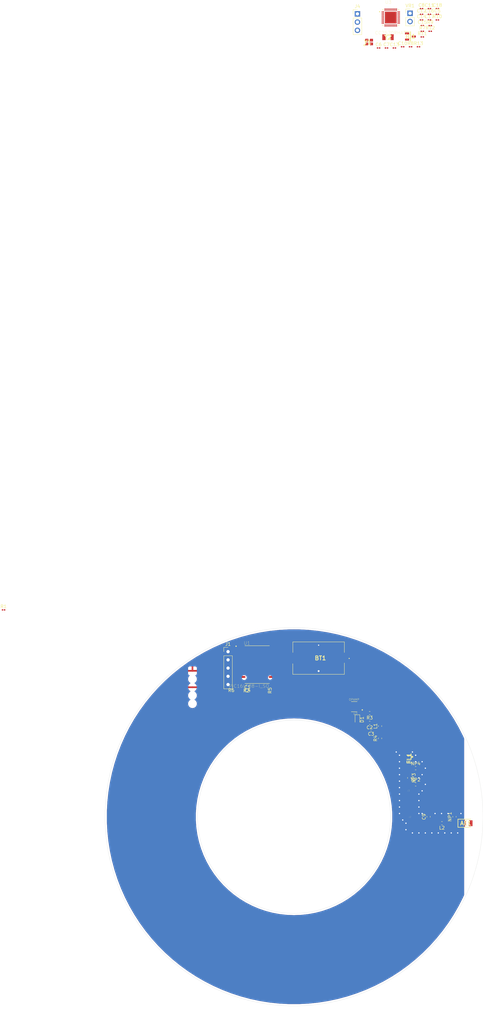
<source format=kicad_pcb>
(kicad_pcb (version 20171130) (host pcbnew "(5.1.4)-1")
  (layers (0 F.Cu signal) (31 B.Cu signal) (34 B.Paste user) (35 F.Paste user) (36 B.SilkS user) (37 F.SilkS user) (38 B.Mask user) (39 F.Mask user) (44 Edge.Cuts user))
  (net 0 "")
  (net 1 "Net-(AE1-Pad1)")
  (net 2 MCLR)
  (net 3 "Net-(C2-Pad1)")
  (net 4 "Net-(C3-Pad1)")
  (net 5 "Net-(C5-Pad1)")
  (net 6 "Net-(C9-Pad1)")
  (net 7 "Net-(C10-Pad1)")
  (net 8 "Net-(D1-Pad1)")
  (net 9 "Net-(FL1-Pad1)")
  (net 10 "Net-(J1-Pad5)")
  (net 11 "Net-(J1-Pad4)")
  (net 12 "Net-(J2-PadOUT)")
  (net 13 +5V)
  (net 14 "Net-(Q1-Pad1)")
  (net 15 PGD)
  (net 16 PGC)
  (net 17 "Net-(R7-Pad2)")
  (net 18 "Net-(U1-Pad1)")
  (net 19 GND)
  (net 20 EncA)
  (net 21 PSout)
  (net 22 "Net-(C6-Pad1)")
  (net 23 "Net-(C8-Pad1)")
  (net 24 XOSC2)
  (net 25 XOSC1)
  (net 26 XOSC32K2)
  (net 27 XOSC32K1)
  (net 28 RFpos)
  (net 29 RFneg)
  (net 30 TempOut)
  (net 31 "Net-(J3-PadIN)")
  (net 32 Str1)
  (net 33 "Net-(R7-Pad1)")
  (net 34 "Net-(R10-Pad2)")
  (net 35 "Net-(R11-Pad1)")
  (net 36 Suspend)
  (net 37 Reset)
  (net 38 UARTrx)
  (net 39 UARTtx)
  (net 40 Sleep)
  (net 41 RTS)
  (net 42 "Net-(U3-Pad36)")
  (net 43 "Net-(U3-Pad34)")
  (net 44 "Net-(U3-Pad16)")
  (net 45 "Net-(U3-Pad15)")
  (net 46 "Net-(U3-Pad14)")
  (net 47 "Net-(U3-Pad12)")
  (module MASA_Library:MURATA_MM8130-2600RA2 (layer F.Cu) (at 188 121)
    (fp_text reference J3 (at -0.226563 -2.059884) (layer F.SilkS) (effects (font (size 0.481187 0.481187) (thickness 0.015))))
    (fp_text value MM8130-2600RA2)
    (pad GND1 smd rect (at -1.025 -0.95) (size 0.75 0.8) (layers F.Cu) (net 20 EncA))
    (pad GND2 smd rect (at 1.025 -0.95) (size 0.75 0.8) (layers F.Cu) (net 20 EncA))
    (pad GND3 smd rect (at -1.025 0.95) (size 0.75 0.8) (layers F.Cu) (net 20 EncA))
    (pad GND4 smd rect (at 1.025 0.95) (size 0.75 0.8) (layers F.Cu) (net 20 EncA))
    (pad IN smd rect (at 0 -1.16) (size 0.5 0.58) (layers F.Cu) (net 31 "Net-(J3-PadIN)"))
    (pad OUT smd rect (at 0 1.16) (size 0.5 0.58) (layers F.Cu) (net 12 "Net-(J2-PadOUT)"))
  )
  (module MASA_Library:MURATA_MM8130-2600RA2 (layer F.Cu) (at 188 125 180)
    (fp_text reference J2 (at -0.226563 -2.059884) (layer F.SilkS) (effects (font (size 0.481187 0.481187) (thickness 0.015))))
    (fp_text value MM8130-2600RA2)
    (pad GND1 smd rect (at -1.025 -0.95 180) (size 0.75 0.8) (layers F.Cu) (net 20 EncA))
    (pad GND2 smd rect (at 1.025 -0.95 180) (size 0.75 0.8) (layers F.Cu) (net 20 EncA))
    (pad GND3 smd rect (at -1.025 0.95 180) (size 0.75 0.8) (layers F.Cu) (net 20 EncA))
    (pad GND4 smd rect (at 1.025 0.95 180) (size 0.75 0.8) (layers F.Cu) (net 20 EncA))
    (pad IN smd rect (at 0 -1.16 180) (size 0.5 0.58) (layers F.Cu) (net 6 "Net-(C9-Pad1)"))
    (pad OUT smd rect (at 0 1.16 180) (size 0.5 0.58) (layers F.Cu) (net 12 "Net-(J2-PadOUT)"))
  )
  (module LM60CIM3_NOPB:SOT95P237X112-3N (layer F.Cu) (at 188.390001 -114.004999)
    (fp_text reference IC1 (at 0 0) (layer F.SilkS) (effects (font (size 1.27 1.27) (thickness 0.254))))
    (fp_text value LM60CIM3_NOPB hide)
    (fp_line (start -1.675 -1.5) (end -0.425 -1.5) (layer F.SilkS) (width 0.2))
    (fp_line (start -0.075 1.46) (end -0.075 -1.46) (layer F.SilkS) (width 0.2))
    (fp_line (start 0.075 1.46) (end -0.075 1.46) (layer F.SilkS) (width 0.2))
    (fp_line (start 0.075 -1.46) (end 0.075 1.46) (layer F.SilkS) (width 0.2))
    (fp_line (start -0.075 -1.46) (end 0.075 -1.46) (layer F.SilkS) (width 0.2))
    (pad 3 smd rect (at 1.05 0 90) (size 0.6 1.25) (layers F.Cu F.Paste F.Mask) (net 20 EncA))
    (pad 2 smd rect (at -1.05 0.95 90) (size 0.6 1.25) (layers F.Cu F.Paste F.Mask) (net 30 TempOut))
    (pad 1 smd rect (at -1.05 -0.95 90) (size 0.6 1.25) (layers F.Cu F.Paste F.Mask) (net 20 EncA))
  )
  (module Connector_PinHeader_2.54mm:PinHeader_1x03_P2.54mm_Vertical (layer F.Cu) (at 172 -121)
    (fp_text reference J4 (at 0 -2.33) (layer F.SilkS))
    (fp_text value "Rotary Encoder")
    (fp_line (start -1.33 -1.33) (end 0 -1.33) (layer F.SilkS) (width 0.12))
    (fp_line (start -1.33 0) (end -1.33 -1.33) (layer F.SilkS) (width 0.12))
    (fp_line (start -1.33 1.27) (end 1.33 1.27) (layer F.SilkS) (width 0.12))
    (fp_line (start 1.33 1.27) (end 1.33 6.41) (layer F.SilkS) (width 0.12))
    (fp_line (start -1.33 1.27) (end -1.33 6.41) (layer F.SilkS) (width 0.12))
    (fp_line (start -1.33 6.41) (end 1.33 6.41) (layer F.SilkS) (width 0.12))
    (pad 3 thru_hole oval (at 0 5.08) (size 1.7 1.7) (drill 1) (layers *.Cu *.Mask) (net 20 EncA))
    (pad 2 thru_hole oval (at 0 2.54) (size 1.7 1.7) (drill 1) (layers *.Cu *.Mask) (net 20 EncA))
    (pad 1 thru_hole rect (at 0 0) (size 1.7 1.7) (drill 1) (layers *.Cu *.Mask) (net 20 EncA))
  )
  (module CM7V-T1A_32.768KHZ_12.5PF_20PP:CM7VT1A32768KHZ125PF20PPMTAQC (layer F.Cu) (at 181.450001 -113.789999)
    (fp_text reference Y2 (at 0 0) (layer F.SilkS) (effects (font (size 1.27 1.27) (thickness 0.254))))
    (fp_text value Crystal hide)
    (fp_line (start -0.5 0.75) (end 0.5 0.75) (layer F.SilkS) (width 0.1))
    (fp_line (start -0.5 -0.75) (end 0.5 -0.75) (layer F.SilkS) (width 0.1))
    (pad 2 smd rect (at 1.25 0) (size 1 1.8) (layers F.Cu F.Paste F.Mask) (net 27 XOSC32K1))
    (pad 1 smd rect (at -1.25 0) (size 1 1.8) (layers F.Cu F.Paste F.Mask) (net 26 XOSC32K2))
  )
  (module FA-128_32.0000MF20X-K3:FA128 (layer F.Cu) (at 175.617001 -112.3)
    (fp_text reference Y1 (at -0.441 0.044) (layer F.SilkS) (effects (font (size 1.27 1.27) (thickness 0.254))))
    (fp_text value Crystal_GND24 hide)
    (fp_circle (center -1.449 0.998) (end -1.49 0.998) (layer F.SilkS) (width 0.254))
    (pad 4 smd rect (at -0.725 -0.575 90) (size 0.85 0.95) (layers F.Cu F.Paste F.Mask) (net 20 EncA))
    (pad 3 smd rect (at 0.725 -0.575 90) (size 0.85 0.95) (layers F.Cu F.Paste F.Mask) (net 25 XOSC1))
    (pad 2 smd rect (at 0.725 0.575 90) (size 0.85 0.95) (layers F.Cu F.Paste F.Mask) (net 20 EncA))
    (pad 1 smd rect (at -0.725 0.575 90) (size 0.85 0.95) (layers F.Cu F.Paste F.Mask) (net 24 XOSC2))
  )
  (module Connector_PinHeader_2.54mm:PinHeader_1x02_P2.54mm_Vertical (layer F.Cu) (at 188.265001 -121.174999)
    (fp_text reference VR1 (at 0 -2.33) (layer F.SilkS))
    (fp_text value StrainGuage)
    (fp_line (start -1.33 -1.33) (end 0 -1.33) (layer F.SilkS) (width 0.12))
    (fp_line (start -1.33 0) (end -1.33 -1.33) (layer F.SilkS) (width 0.12))
    (fp_line (start -1.33 1.27) (end 1.33 1.27) (layer F.SilkS) (width 0.12))
    (fp_line (start 1.33 1.27) (end 1.33 3.87) (layer F.SilkS) (width 0.12))
    (fp_line (start -1.33 1.27) (end -1.33 3.87) (layer F.SilkS) (width 0.12))
    (fp_line (start -1.33 3.87) (end 1.33 3.87) (layer F.SilkS) (width 0.12))
    (pad 2 thru_hole oval (at 0 2.54) (size 1.7 1.7) (drill 1) (layers *.Cu *.Mask) (net 20 EncA))
    (pad 1 thru_hole rect (at 0 0) (size 1.7 1.7) (drill 1) (layers *.Cu *.Mask) (net 20 EncA))
  )
  (module QFN40P500X500X90-41N:QFN40P500X500X90-41N (layer F.Cu) (at 182.310001 -119.869999)
    (fp_text reference U3 (at -0.77 -4.74) (layer F.SilkS) (effects (font (thickness 0.05))))
    (fp_text value CC2570RHAT (at -0.135 4.74) (layer F.SilkS) (effects (font (thickness 0.05))))
    (fp_line (start -2.5 -2.5) (end -2.5 -2.23) (layer F.SilkS) (width 0.127))
    (fp_line (start -2.5 2.5) (end -2.5 2.23) (layer F.SilkS) (width 0.127))
    (fp_line (start 2.5 -2.5) (end 2.5 -2.23) (layer F.SilkS) (width 0.127))
    (fp_line (start 2.5 2.5) (end 2.5 2.23) (layer F.SilkS) (width 0.127))
    (fp_line (start -2.5 -2.5) (end -2.23 -2.5) (layer F.SilkS) (width 0.127))
    (fp_line (start -2.5 2.5) (end -2.23 2.5) (layer F.SilkS) (width 0.127))
    (fp_line (start 2.5 -2.5) (end 2.23 -2.5) (layer F.SilkS) (width 0.127))
    (fp_line (start 2.5 2.5) (end 2.23 2.5) (layer F.SilkS) (width 0.127))
    (fp_circle (center -3.46 -1.8) (end -3.36 -1.8) (layer F.SilkS) (width 0.2))
    (pad 41 smd rect (at 0 0) (size 3.6 3.6) (layers F.Cu F.Paste F.Mask) (net 20 EncA))
    (pad 30 smd rect (at 2.45 -1.8) (size 0.81 0.22) (layers F.Cu F.Paste F.Mask) (net 23 "Net-(C8-Pad1)"))
    (pad 29 smd rect (at 2.45 -1.4) (size 0.81 0.22) (layers F.Cu F.Paste F.Mask) (net 20 EncA))
    (pad 28 smd rect (at 2.45 -1) (size 0.81 0.22) (layers F.Cu F.Paste F.Mask) (net 20 EncA))
    (pad 27 smd rect (at 2.45 -0.6) (size 0.81 0.22) (layers F.Cu F.Paste F.Mask) (net 20 EncA))
    (pad 26 smd rect (at 2.45 -0.2) (size 0.81 0.22) (layers F.Cu F.Paste F.Mask) (net 29 RFneg))
    (pad 25 smd rect (at 2.45 0.2) (size 0.81 0.22) (layers F.Cu F.Paste F.Mask) (net 28 RFpos))
    (pad 24 smd rect (at 2.45 0.6) (size 0.81 0.22) (layers F.Cu F.Paste F.Mask) (net 20 EncA))
    (pad 23 smd rect (at 2.45 1) (size 0.81 0.22) (layers F.Cu F.Paste F.Mask) (net 24 XOSC2))
    (pad 22 smd rect (at 2.45 1.4) (size 0.81 0.22) (layers F.Cu F.Paste F.Mask) (net 25 XOSC1))
    (pad 21 smd rect (at 2.45 1.8) (size 0.81 0.22) (layers F.Cu F.Paste F.Mask) (net 20 EncA))
    (pad 10 smd rect (at -2.45 1.8) (size 0.81 0.22) (layers F.Cu F.Paste F.Mask) (net 20 EncA))
    (pad 9 smd rect (at -2.45 1.4) (size 0.81 0.22) (layers F.Cu F.Paste F.Mask) (net 33 "Net-(R7-Pad1)"))
    (pad 8 smd rect (at -2.45 1) (size 0.81 0.22) (layers F.Cu F.Paste F.Mask) (net 34 "Net-(R10-Pad2)"))
    (pad 7 smd rect (at -2.45 0.6) (size 0.81 0.22) (layers F.Cu F.Paste F.Mask) (net 35 "Net-(R11-Pad1)"))
    (pad 6 smd rect (at -2.45 0.2) (size 0.81 0.22) (layers F.Cu F.Paste F.Mask) (net 38 UARTrx))
    (pad 5 smd rect (at -2.45 -0.2) (size 0.81 0.22) (layers F.Cu F.Paste F.Mask) (net 39 UARTtx))
    (pad 4 smd rect (at -2.45 -0.6) (size 0.81 0.22) (layers F.Cu F.Paste F.Mask) (net 20 EncA))
    (pad 3 smd rect (at -2.45 -1) (size 0.81 0.22) (layers F.Cu F.Paste F.Mask) (net 20 EncA))
    (pad 2 smd rect (at -2.45 -1.4) (size 0.81 0.22) (layers F.Cu F.Paste F.Mask) (net 20 EncA))
    (pad 1 smd rect (at -2.45 -1.8) (size 0.81 0.22) (layers F.Cu F.Paste F.Mask) (net 20 EncA))
    (pad 40 smd rect (at -1.8 -2.45 90) (size 0.81 0.22) (layers F.Cu F.Paste F.Mask) (net 22 "Net-(C6-Pad1)"))
    (pad 39 smd rect (at -1.4 -2.45 90) (size 0.81 0.22) (layers F.Cu F.Paste F.Mask) (net 20 EncA))
    (pad 38 smd rect (at -1 -2.45 90) (size 0.81 0.22) (layers F.Cu F.Paste F.Mask) (net 20 EncA))
    (pad 37 smd rect (at -0.6 -2.45 90) (size 0.81 0.22) (layers F.Cu F.Paste F.Mask) (net 20 EncA))
    (pad 36 smd rect (at -0.2 -2.45 90) (size 0.81 0.22) (layers F.Cu F.Paste F.Mask) (net 42 "Net-(U3-Pad36)"))
    (pad 35 smd rect (at 0.2 -2.45 90) (size 0.81 0.22) (layers F.Cu F.Paste F.Mask) (net 20 EncA))
    (pad 34 smd rect (at 0.6 -2.45 90) (size 0.81 0.22) (layers F.Cu F.Paste F.Mask) (net 43 "Net-(U3-Pad34)"))
    (pad 33 smd rect (at 1 -2.45 90) (size 0.81 0.22) (layers F.Cu F.Paste F.Mask) (net 26 XOSC32K2))
    (pad 32 smd rect (at 1.4 -2.45 90) (size 0.81 0.22) (layers F.Cu F.Paste F.Mask) (net 27 XOSC32K1))
    (pad 31 smd rect (at 1.8 -2.45 90) (size 0.81 0.22) (layers F.Cu F.Paste F.Mask) (net 20 EncA))
    (pad 20 smd rect (at 1.8 2.45 90) (size 0.81 0.22) (layers F.Cu F.Paste F.Mask) (net 37 Reset))
    (pad 19 smd rect (at 1.4 2.45 90) (size 0.81 0.22) (layers F.Cu F.Paste F.Mask) (net 36 Suspend))
    (pad 18 smd rect (at 1 2.45 90) (size 0.81 0.22) (layers F.Cu F.Paste F.Mask) (net 40 Sleep))
    (pad 17 smd rect (at 0.6 2.45 90) (size 0.81 0.22) (layers F.Cu F.Paste F.Mask) (net 20 EncA))
    (pad 16 smd rect (at 0.2 2.45 90) (size 0.81 0.22) (layers F.Cu F.Paste F.Mask) (net 44 "Net-(U3-Pad16)"))
    (pad 15 smd rect (at -0.2 2.45 90) (size 0.81 0.22) (layers F.Cu F.Paste F.Mask) (net 45 "Net-(U3-Pad15)"))
    (pad 14 smd rect (at -0.6 2.45 90) (size 0.81 0.22) (layers F.Cu F.Paste F.Mask) (net 46 "Net-(U3-Pad14)"))
    (pad 13 smd rect (at -1 2.45 90) (size 0.81 0.22) (layers F.Cu F.Paste F.Mask) (net 20 EncA))
    (pad 12 smd rect (at -1.4 2.45 90) (size 0.81 0.22) (layers F.Cu F.Paste F.Mask) (net 47 "Net-(U3-Pad12)"))
    (pad 11 smd rect (at -1.8 2.45 90) (size 0.81 0.22) (layers F.Cu F.Paste F.Mask) (net 41 RTS))
  )
  (module Resistor_SMD:R_0201_0603Metric (layer F.Cu) (at 190.875001 -110.834999)
    (fp_text reference R13 (at 0 -1.05) (layer F.SilkS))
    (fp_text value 56k)
    (pad 2 smd roundrect (at 0.32 0) (size 0.46 0.4) (layers F.Cu F.Mask) (net 23 "Net-(C8-Pad1)"))
    (pad 1 smd roundrect (at -0.32 0) (size 0.46 0.4) (layers F.Cu F.Mask) (net 20 EncA))
  )
  (module Resistor_SMD:R_0201_0603Metric (layer F.Cu) (at 194.515001 -115.624999)
    (fp_text reference R12 (at 0 -1.05) (layer F.SilkS))
    (fp_text value 0)
    (pad 2 smd roundrect (at 0.32 0) (size 0.46 0.4) (layers F.Cu F.Mask) (net 35 "Net-(R11-Pad1)"))
    (pad 1 smd roundrect (at -0.32 0) (size 0.46 0.4) (layers F.Cu F.Mask) (net 20 EncA))
  )
  (module Resistor_SMD:R_0201_0603Metric (layer F.Cu) (at 192.065001 -113.874999)
    (fp_text reference R11 (at 0 -1.05) (layer F.SilkS))
    (fp_text value 100k)
    (pad 2 smd roundrect (at 0.32 0) (size 0.46 0.4) (layers F.Cu F.Mask) (net 20 EncA))
    (pad 1 smd roundrect (at -0.32 0) (size 0.46 0.4) (layers F.Cu F.Mask) (net 35 "Net-(R11-Pad1)"))
  )
  (module Resistor_SMD:R_0201_0603Metric (layer F.Cu) (at 196.715001 -119.124999)
    (fp_text reference R10 (at 0 -1.05) (layer F.SilkS))
    (fp_text value 0)
    (pad 2 smd roundrect (at 0.32 0) (size 0.46 0.4) (layers F.Cu F.Mask) (net 34 "Net-(R10-Pad2)"))
    (pad 1 smd roundrect (at -0.32 0) (size 0.46 0.4) (layers F.Cu F.Mask) (net 20 EncA))
  )
  (module Resistor_SMD:R_0201_0603Metric (layer F.Cu) (at 194.515001 -117.374999)
    (fp_text reference R9 (at 0 -1.05) (layer F.SilkS))
    (fp_text value 100k)
    (pad 2 smd roundrect (at 0.32 0) (size 0.46 0.4) (layers F.Cu F.Mask) (net 20 EncA))
    (pad 1 smd roundrect (at -0.32 0) (size 0.46 0.4) (layers F.Cu F.Mask) (net 34 "Net-(R10-Pad2)"))
  )
  (module Resistor_SMD:R_0201_0603Metric (layer F.Cu) (at 188.425001 -110.834999)
    (fp_text reference R8 (at 0 -1.05) (layer F.SilkS))
    (fp_text value 0)
    (pad 2 smd roundrect (at 0.32 0) (size 0.46 0.4) (layers F.Cu F.Mask) (net 33 "Net-(R7-Pad1)"))
    (pad 1 smd roundrect (at -0.32 0) (size 0.46 0.4) (layers F.Cu F.Mask) (net 20 EncA))
  )
  (module Resistor_SMD:R_0201_0603Metric (layer F.Cu) (at 192.065001 -115.624999)
    (fp_text reference R7 (at 0 -1.05) (layer F.SilkS))
    (fp_text value 100k)
    (pad 2 smd roundrect (at 0.32 0) (size 0.46 0.4) (layers F.Cu F.Mask) (net 20 EncA))
    (pad 1 smd roundrect (at -0.32 0) (size 0.46 0.4) (layers F.Cu F.Mask) (net 33 "Net-(R7-Pad1)"))
  )
  (module Capacitor_SMD:C_0201_0603Metric (layer F.Cu) (at 196.715001 -122.624999)
    (fp_text reference C18 (at 0 -1.05) (layer F.SilkS))
    (fp_text value 100nf)
    (pad 2 smd roundrect (at 0.32 0) (size 0.46 0.4) (layers F.Cu F.Mask) (net 20 EncA))
    (pad 1 smd roundrect (at -0.32 0) (size 0.46 0.4) (layers F.Cu F.Mask) (net 20 EncA))
  )
  (module Capacitor_SMD:C_0201_0603Metric (layer F.Cu) (at 194.265001 -119.124999)
    (fp_text reference C17 (at 0 -1.05) (layer F.SilkS))
    (fp_text value 100nf)
    (pad 2 smd roundrect (at 0.32 0) (size 0.46 0.4) (layers F.Cu F.Mask) (net 20 EncA))
    (pad 1 smd roundrect (at -0.32 0) (size 0.46 0.4) (layers F.Cu F.Mask) (net 20 EncA))
  )
  (module Capacitor_SMD:C_0201_0603Metric (layer F.Cu) (at 194.265001 -120.874999)
    (fp_text reference C16 (at 0 -1.05) (layer F.SilkS))
    (fp_text value 100nf)
    (pad 2 smd roundrect (at 0.32 0) (size 0.46 0.4) (layers F.Cu F.Mask) (net 20 EncA))
    (pad 1 smd roundrect (at -0.32 0) (size 0.46 0.4) (layers F.Cu F.Mask) (net 20 EncA))
  )
  (module Capacitor_SMD:C_0201_0603Metric (layer F.Cu) (at 192.065001 -117.374999)
    (fp_text reference C15 (at 0 -1.05) (layer F.SilkS))
    (fp_text value 15p)
    (pad 2 smd roundrect (at 0.32 0) (size 0.46 0.4) (layers F.Cu F.Mask) (net 20 EncA))
    (pad 1 smd roundrect (at -0.32 0) (size 0.46 0.4) (layers F.Cu F.Mask) (net 27 XOSC32K1))
  )
  (module Capacitor_SMD:C_0201_0603Metric (layer F.Cu) (at 191.815001 -119.124999)
    (fp_text reference C14 (at 0 -1.05) (layer F.SilkS))
    (fp_text value 15p)
    (pad 2 smd roundrect (at 0.32 0) (size 0.46 0.4) (layers F.Cu F.Mask) (net 26 XOSC32K2))
    (pad 1 smd roundrect (at -0.32 0) (size 0.46 0.4) (layers F.Cu F.Mask) (net 20 EncA))
  )
  (module Capacitor_SMD:C_0201_0603Metric (layer F.Cu) (at 183.435001 -110.464999)
    (fp_text reference C13 (at 0 -1.05) (layer F.SilkS))
    (fp_text value 220pf)
    (pad 2 smd roundrect (at 0.32 0) (size 0.46 0.4) (layers F.Cu F.Mask) (net 20 EncA))
    (pad 1 smd roundrect (at -0.32 0) (size 0.46 0.4) (layers F.Cu F.Mask) (net 20 EncA))
  )
  (module Capacitor_SMD:C_0201_0603Metric (layer F.Cu) (at 191.815001 -120.874999)
    (fp_text reference C12 (at 0 -1.05) (layer F.SilkS))
    (fp_text value 12p)
    (pad 2 smd roundrect (at 0.32 0) (size 0.46 0.4) (layers F.Cu F.Mask) (net 20 EncA))
    (pad 1 smd roundrect (at -0.32 0) (size 0.46 0.4) (layers F.Cu F.Mask) (net 25 XOSC1))
  )
  (module Capacitor_SMD:C_0201_0603Metric (layer F.Cu) (at 194.265001 -122.624999)
    (fp_text reference C11 (at 0 -1.05) (layer F.SilkS))
    (fp_text value 12p)
    (pad 2 smd roundrect (at 0.32 0) (size 0.46 0.4) (layers F.Cu F.Mask) (net 24 XOSC2))
    (pad 1 smd roundrect (at -0.32 0) (size 0.46 0.4) (layers F.Cu F.Mask) (net 20 EncA))
  )
  (module Capacitor_SMD:C_0201_0603Metric (layer F.Cu) (at 185.975001 -110.834999)
    (fp_text reference C10 (at 0 -1.05) (layer F.SilkS))
    (fp_text value 100nf)
    (pad 2 smd roundrect (at 0.32 0) (size 0.46 0.4) (layers F.Cu F.Mask) (net 20 EncA))
    (pad 1 smd roundrect (at -0.32 0) (size 0.46 0.4) (layers F.Cu F.Mask) (net 20 EncA))
  )
  (module Capacitor_SMD:C_0201_0603Metric (layer F.Cu) (at 191.815001 -122.624999)
    (fp_text reference C8 (at 0 -1.05) (layer F.SilkS))
    (fp_text value "2.4 pf")
    (pad 2 smd roundrect (at 0.32 0) (size 0.46 0.4) (layers F.Cu F.Mask) (net 20 EncA))
    (pad 1 smd roundrect (at -0.32 0) (size 0.46 0.4) (layers F.Cu F.Mask) (net 23 "Net-(C8-Pad1)"))
  )
  (module Capacitor_SMD:C_0201_0603Metric (layer F.Cu) (at 180.985001 -110.464999)
    (fp_text reference C7 (at 0 -1.05) (layer F.SilkS))
    (fp_text value 1m)
    (pad 2 smd roundrect (at 0.32 0) (size 0.46 0.4) (layers F.Cu F.Mask) (net 20 EncA))
    (pad 1 smd roundrect (at -0.32 0) (size 0.46 0.4) (layers F.Cu F.Mask) (net 20 EncA))
  )
  (module Capacitor_SMD:C_0201_0603Metric (layer F.Cu) (at 178.535001 -110.464999)
    (fp_text reference C6 (at 0 -1.05) (layer F.SilkS))
    (fp_text value 1u)
    (pad 2 smd roundrect (at 0.32 0) (size 0.46 0.4) (layers F.Cu F.Mask) (net 20 EncA))
    (pad 1 smd roundrect (at -0.32 0) (size 0.46 0.4) (layers F.Cu F.Mask) (net 22 "Net-(C6-Pad1)"))
  )
  (module Capacitor_SMD:C_0201_0603Metric (layer F.Cu) (at 196.715001 -120.874999)
    (fp_text reference C5 (at 0 -1.05) (layer F.SilkS))
    (fp_text value 100n)
    (pad 2 smd roundrect (at 0.32 0) (size 0.46 0.4) (layers F.Cu F.Mask) (net 20 EncA))
    (pad 1 smd roundrect (at -0.32 0) (size 0.46 0.4) (layers F.Cu F.Mask) (net 20 EncA))
  )
  (module MCP6001T-I_OT:SOT95P270X145-5N (layer F.Cu) (at 171 93 180)
    (fp_text reference U2 (at -0.3744 -2.2064) (layer F.SilkS) (effects (font (size 0.64 0.64) (thickness 0.05))))
    (fp_text value OPAMP (at 0.032 2.1936) (layer F.SilkS) (effects (font (size 0.64 0.64) (thickness 0.05))))
    (fp_circle (center -2.5 -1) (end -2.4 -1) (layer F.SilkS) (width 0.2))
    (fp_line (start -0.9 1.57) (end 0.9 1.57) (layer F.SilkS) (width 0.127))
    (fp_line (start -0.9 -1.57) (end 0.9 -1.57) (layer F.SilkS) (width 0.127))
    (pad 5 smd rect (at 1.145 -0.95 180) (size 1.61 0.59) (layers F.Cu F.Paste F.Mask) (net 20 EncA))
    (pad 4 smd rect (at 1.145 0.95 180) (size 1.61 0.59) (layers F.Cu F.Paste F.Mask) (net 13 +5V))
    (pad 3 smd rect (at -1.145 0.95 180) (size 1.61 0.59) (layers F.Cu F.Paste F.Mask) (net 3 "Net-(C2-Pad1)"))
    (pad 2 smd rect (at -1.145 0 180) (size 1.61 0.59) (layers F.Cu F.Paste F.Mask) (net 20 EncA))
    (pad 1 smd rect (at -1.145 -0.95 180) (size 1.61 0.59) (layers F.Cu F.Paste F.Mask) (net 8 "Net-(D1-Pad1)"))
  )
  (module PIC16LF88-I_SO:SOIC127P1030X265-18N (layer F.Cu) (at 141 80)
    (fp_text reference U1 (at -3.17 -6.637) (layer F.SilkS) (effects (font (thickness 0.05))))
    (fp_text value PIC16LF88-I_SO (at -2.535 6.637) (layer F.SilkS) (effects (font (thickness 0.05))))
    (fp_line (start -3.8 5.825) (end 3.8 5.825) (layer F.SilkS) (width 0.127))
    (fp_line (start -3.8 -5.825) (end 3.8 -5.825) (layer F.SilkS) (width 0.127))
    (fp_circle (center -6.52 -5.68) (end -6.42 -5.68) (layer F.SilkS) (width 0.2))
    (pad 18 smd rect (at 4.61 -5.08) (size 1.91 0.6) (layers F.Cu F.Paste F.Mask) (net 32 Str1))
    (pad 17 smd rect (at 4.61 -3.81) (size 1.91 0.6) (layers F.Cu F.Paste F.Mask) (net 20 EncA))
    (pad 16 smd rect (at 4.61 -2.54) (size 1.91 0.6) (layers F.Cu F.Paste F.Mask) (net 36 Suspend))
    (pad 15 smd rect (at 4.61 -1.27) (size 1.91 0.6) (layers F.Cu F.Paste F.Mask) (net 37 Reset))
    (pad 14 smd rect (at 4.61 0) (size 1.91 0.6) (layers F.Cu F.Paste F.Mask) (net 20 EncA))
    (pad 13 smd rect (at 4.61 1.27) (size 1.91 0.6) (layers F.Cu F.Paste F.Mask) (net 15 PGD))
    (pad 12 smd rect (at 4.61 2.54) (size 1.91 0.6) (layers F.Cu F.Paste F.Mask) (net 16 PGC))
    (pad 11 smd rect (at 4.61 3.81) (size 1.91 0.6) (layers F.Cu F.Paste F.Mask) (net 38 UARTrx))
    (pad 10 smd rect (at 4.61 5.08) (size 1.91 0.6) (layers F.Cu F.Paste F.Mask) (net 20 EncA))
    (pad 9 smd rect (at -4.61 5.08) (size 1.91 0.6) (layers F.Cu F.Paste F.Mask) (net 20 EncA))
    (pad 8 smd rect (at -4.61 3.81) (size 1.91 0.6) (layers F.Cu F.Paste F.Mask) (net 39 UARTtx))
    (pad 7 smd rect (at -4.61 2.54) (size 1.91 0.6) (layers F.Cu F.Paste F.Mask) (net 40 Sleep))
    (pad 6 smd rect (at -4.61 1.27) (size 1.91 0.6) (layers F.Cu F.Paste F.Mask) (net 41 RTS))
    (pad 5 smd rect (at -4.61 0) (size 1.91 0.6) (layers F.Cu F.Paste F.Mask) (net 20 EncA))
    (pad 4 smd rect (at -4.61 -1.27) (size 1.91 0.6) (layers F.Cu F.Paste F.Mask) (net 2 MCLR))
    (pad 3 smd rect (at -4.61 -2.54) (size 1.91 0.6) (layers F.Cu F.Paste F.Mask) (net 21 PSout))
    (pad 2 smd rect (at -4.61 -3.81) (size 1.91 0.6) (layers F.Cu F.Paste F.Mask) (net 30 TempOut))
    (pad 1 smd rect (at -4.61 -5.08) (size 1.91 0.6) (layers F.Cu F.Paste F.Mask) (net 18 "Net-(U1-Pad1)"))
  )
  (module Resistor_SMD:R_0201_0603Metric (layer F.Cu) (at 133 89)
    (fp_text reference R6 (at 0 -1.05) (layer F.SilkS))
    (fp_text value 100)
    (pad 2 smd roundrect (at 0.32 0) (size 0.46 0.4) (layers F.Cu F.Mask) (net 16 PGC))
    (pad 1 smd roundrect (at -0.32 0) (size 0.46 0.4) (layers F.Cu F.Mask) (net 10 "Net-(J1-Pad5)"))
  )
  (module Resistor_SMD:R_0201_0603Metric (layer F.Cu) (at 146 88 90)
    (fp_text reference R5 (at 0 -1.05 90) (layer F.SilkS))
    (fp_text value 100)
    (pad 2 smd roundrect (at 0.32 0 90) (size 0.46 0.4) (layers F.Cu F.Mask) (net 15 PGD))
    (pad 1 smd roundrect (at -0.32 0 90) (size 0.46 0.4) (layers F.Cu F.Mask) (net 11 "Net-(J1-Pad4)"))
  )
  (module Resistor_SMD:R_0603_1608Metric (layer F.Cu) (at 179 102.7875 90)
    (fp_text reference R4 (at 0 -1.43 90) (layer F.SilkS))
    (fp_text value 10kOhm)
    (fp_line (start -0.162779 0.51) (end 0.162779 0.51) (layer F.SilkS) (width 0.12))
    (fp_line (start -0.162779 -0.51) (end 0.162779 -0.51) (layer F.SilkS) (width 0.12))
    (pad 2 smd roundrect (at 0.7875 0 90) (size 0.875 0.95) (layers F.Cu F.Paste F.Mask) (net 21 PSout))
    (pad 1 smd roundrect (at -0.7875 0 90) (size 0.875 0.95) (layers F.Cu F.Paste F.Mask) (net 20 EncA))
  )
  (module Resistor_SMD:R_0603_1608Metric (layer F.Cu) (at 175.7875 95 180)
    (fp_text reference R3 (at 0 -1.43) (layer F.SilkS))
    (fp_text value "9 MOmhs")
    (fp_line (start -0.162779 0.51) (end 0.162779 0.51) (layer F.SilkS) (width 0.12))
    (fp_line (start -0.162779 -0.51) (end 0.162779 -0.51) (layer F.SilkS) (width 0.12))
    (pad 2 smd roundrect (at 0.7875 0 180) (size 0.875 0.95) (layers F.Cu F.Paste F.Mask) (net 8 "Net-(D1-Pad1)"))
    (pad 1 smd roundrect (at -0.7875 0 180) (size 0.875 0.95) (layers F.Cu F.Paste F.Mask) (net 3 "Net-(C2-Pad1)"))
  )
  (module Resistor_SMD:R_0201_0603Metric (layer F.Cu) (at 137.68 87 180)
    (fp_text reference R2 (at 0 -1.05) (layer F.SilkS))
    (fp_text value 10k)
    (pad 2 smd roundrect (at 0.32 0 180) (size 0.46 0.4) (layers F.Cu F.Mask) (net 20 EncA))
    (pad 1 smd roundrect (at -0.32 0 180) (size 0.46 0.4) (layers F.Cu F.Mask) (net 2 MCLR))
  )
  (module Resistor_SMD:R_0201_0603Metric (layer F.Cu) (at 62.595001 63.105001)
    (fp_text reference R1 (at 0 -1.05) (layer F.SilkS))
    (fp_text value R)
    (pad 2 smd roundrect (at 0.32 0) (size 0.46 0.4) (layers F.Cu F.Mask) (net 20 EncA))
    (pad 1 smd roundrect (at -0.32 0) (size 0.46 0.4) (layers F.Cu F.Mask) (net 32 Str1))
  )
  (module Inductor_SMD:L_0603_1608Metric_Pad1.05x0.95mm_HandSolder (layer F.Cu) (at 188 115 270)
    (fp_text reference NP3 (at 0 -1.43 90) (layer F.SilkS))
    (fp_text value ?)
    (fp_line (start -0.171267 0.51) (end 0.171267 0.51) (layer F.SilkS) (width 0.12))
    (fp_line (start -0.171267 -0.51) (end 0.171267 -0.51) (layer F.SilkS) (width 0.12))
    (pad 2 smd roundrect (at 0.875 0 270) (size 1.05 0.95) (layers F.Cu F.Paste F.Mask) (net 31 "Net-(J3-PadIN)"))
    (pad 1 smd roundrect (at -0.875 0 270) (size 1.05 0.95) (layers F.Cu F.Paste F.Mask) (net 9 "Net-(FL1-Pad1)"))
  )
  (module Inductor_SMD:L_0603_1608Metric_Pad1.05x0.95mm_HandSolder (layer F.Cu) (at 198.125 129 180)
    (fp_text reference L2 (at 0 -1.43) (layer F.SilkS))
    (fp_text value "3.9 nH")
    (fp_line (start -0.171267 0.51) (end 0.171267 0.51) (layer F.SilkS) (width 0.12))
    (fp_line (start -0.171267 -0.51) (end 0.171267 -0.51) (layer F.SilkS) (width 0.12))
    (pad 2 smd roundrect (at 0.875 0 180) (size 1.05 0.95) (layers F.Cu F.Paste F.Mask) (net 6 "Net-(C9-Pad1)"))
    (pad 1 smd roundrect (at -0.875 0 180) (size 1.05 0.95) (layers F.Cu F.Paste F.Mask) (net 1 "Net-(AE1-Pad1)"))
  )
  (module Inductor_SMD:L_0603_1608Metric_Pad1.05x0.95mm_HandSolder (layer F.Cu) (at 179 99 90)
    (fp_text reference L1 (at 0 -1.43 90) (layer F.SilkS))
    (fp_text value "1.58 uH")
    (fp_line (start -0.171267 0.51) (end 0.171267 0.51) (layer F.SilkS) (width 0.12))
    (fp_line (start -0.171267 -0.51) (end 0.171267 -0.51) (layer F.SilkS) (width 0.12))
    (pad 2 smd roundrect (at 0.875 0 90) (size 1.05 0.95) (layers F.Cu F.Paste F.Mask) (net 3 "Net-(C2-Pad1)"))
    (pad 1 smd roundrect (at -0.875 0 90) (size 1.05 0.95) (layers F.Cu F.Paste F.Mask) (net 21 PSout))
  )
  (module Connector_PinHeader_2.54mm:PinHeader_1x05_P2.54mm_Vertical (layer F.Cu) (at 132 76)
    (fp_text reference J1 (at 0 -2.33) (layer F.SilkS))
    (fp_text value Conn_01x05)
    (fp_line (start -1.33 -1.33) (end 0 -1.33) (layer F.SilkS) (width 0.12))
    (fp_line (start -1.33 0) (end -1.33 -1.33) (layer F.SilkS) (width 0.12))
    (fp_line (start -1.33 1.27) (end 1.33 1.27) (layer F.SilkS) (width 0.12))
    (fp_line (start 1.33 1.27) (end 1.33 11.49) (layer F.SilkS) (width 0.12))
    (fp_line (start -1.33 1.27) (end -1.33 11.49) (layer F.SilkS) (width 0.12))
    (fp_line (start -1.33 11.49) (end 1.33 11.49) (layer F.SilkS) (width 0.12))
    (pad 5 thru_hole oval (at 0 10.16) (size 1.7 1.7) (drill 1) (layers *.Cu *.Mask) (net 10 "Net-(J1-Pad5)"))
    (pad 4 thru_hole oval (at 0 7.62) (size 1.7 1.7) (drill 1) (layers *.Cu *.Mask) (net 11 "Net-(J1-Pad4)"))
    (pad 3 thru_hole oval (at 0 5.08) (size 1.7 1.7) (drill 1) (layers *.Cu *.Mask) (net 20 EncA))
    (pad 2 thru_hole oval (at 0 2.54) (size 1.7 1.7) (drill 1) (layers *.Cu *.Mask) (net 20 EncA))
    (pad 1 thru_hole rect (at 0 0) (size 1.7 1.7) (drill 1) (layers *.Cu *.Mask) (net 2 MCLR))
  )
  (module LFB182G45BG2D280:LFB182G45BG5D920_1 (layer F.Cu) (at 188 109 90)
    (fp_text reference FL1 (at 0 0 90) (layer F.SilkS) (effects (font (size 1.27 1.27) (thickness 0.254))))
    (fp_text value LFB182G45BG2D280 hide)
    (fp_circle (center 0.5 0.93) (end 0.43273 0.93) (layer F.SilkS) (width 0.254))
    (fp_line (start 0.8 -0.4) (end 0.8 0.4) (layer F.SilkS) (width 0.2))
    (fp_line (start -0.8 -0.4) (end -0.8 0.4) (layer F.SilkS) (width 0.2))
    (pad 6 smd rect (at 0.5 -0.4 90) (size 0.25 0.4) (layers F.Cu F.Paste F.Mask) (net 20 EncA))
    (pad 5 smd rect (at 0 -0.4 90) (size 0.25 0.4) (layers F.Cu F.Paste F.Mask) (net 20 EncA))
    (pad 4 smd rect (at -0.5 -0.4 90) (size 0.25 0.4) (layers F.Cu F.Paste F.Mask) (net 28 RFpos))
    (pad 3 smd rect (at -0.5 0.4 90) (size 0.25 0.4) (layers F.Cu F.Paste F.Mask) (net 29 RFneg))
    (pad 2 smd rect (at 0 0.4 90) (size 0.25 0.4) (layers F.Cu F.Paste F.Mask) (net 20 EncA))
    (pad 1 smd rect (at 0.5 0.4 90) (size 0.25 0.4) (layers F.Cu F.Paste F.Mask) (net 9 "Net-(FL1-Pad1)"))
  )
  (module Diode_SMD:D_0603_1608Metric (layer F.Cu) (at 172 97 270)
    (fp_text reference D1 (at 0 -1.43 90) (layer F.SilkS))
    (fp_text value D_Photo)
    (fp_line (start -1.485 0.735) (end 0.8 0.735) (layer F.SilkS) (width 0.12))
    (fp_line (start -1.485 -0.735) (end -1.485 0.735) (layer F.SilkS) (width 0.12))
    (fp_line (start 0.8 -0.735) (end -1.485 -0.735) (layer F.SilkS) (width 0.12))
    (pad 2 smd roundrect (at 0.7875 0 270) (size 0.875 0.95) (layers F.Cu F.Paste F.Mask) (net 20 EncA))
    (pad 1 smd roundrect (at -0.7875 0 270) (size 0.875 0.95) (layers F.Cu F.Paste F.Mask) (net 8 "Net-(D1-Pad1)"))
  )
  (module Capacitor_SMD:C_0603_1608Metric (layer F.Cu) (at 190 117)
    (fp_text reference NP2 (at 0 -1.43) (layer F.SilkS))
    (fp_text value ?)
    (fp_line (start -0.162779 0.51) (end 0.162779 0.51) (layer F.SilkS) (width 0.12))
    (fp_line (start -0.162779 -0.51) (end 0.162779 -0.51) (layer F.SilkS) (width 0.12))
    (pad 2 smd roundrect (at 0.7875 0) (size 0.875 0.95) (layers F.Cu F.Paste F.Mask) (net 20 EncA))
    (pad 1 smd roundrect (at -0.7875 0) (size 0.875 0.95) (layers F.Cu F.Paste F.Mask) (net 31 "Net-(J3-PadIN)"))
  )
  (module Capacitor_SMD:C_0603_1608Metric (layer F.Cu) (at 190 112)
    (fp_text reference NP4 (at 0 -1.43) (layer F.SilkS))
    (fp_text value ?)
    (fp_line (start -0.162779 0.51) (end 0.162779 0.51) (layer F.SilkS) (width 0.12))
    (fp_line (start -0.162779 -0.51) (end 0.162779 -0.51) (layer F.SilkS) (width 0.12))
    (pad 2 smd roundrect (at 0.7875 0) (size 0.875 0.95) (layers F.Cu F.Paste F.Mask) (net 20 EncA))
    (pad 1 smd roundrect (at -0.7875 0) (size 0.875 0.95) (layers F.Cu F.Paste F.Mask) (net 9 "Net-(FL1-Pad1)"))
  )
  (module Capacitor_SMD:C_0603_1608Metric (layer F.Cu) (at 194 127 90)
    (fp_text reference C9 (at 0 -1.43 90) (layer F.SilkS))
    (fp_text value "1.5 pf")
    (fp_line (start -0.162779 0.51) (end 0.162779 0.51) (layer F.SilkS) (width 0.12))
    (fp_line (start -0.162779 -0.51) (end 0.162779 -0.51) (layer F.SilkS) (width 0.12))
    (pad 2 smd roundrect (at 0.7875 0 90) (size 0.875 0.95) (layers F.Cu F.Paste F.Mask) (net 20 EncA))
    (pad 1 smd roundrect (at -0.7875 0 90) (size 0.875 0.95) (layers F.Cu F.Paste F.Mask) (net 6 "Net-(C9-Pad1)"))
  )
  (module Capacitor_SMD:C_0603_1608Metric (layer F.Cu) (at 202 127 90)
    (fp_text reference NP1 (at 0 -1.43 90) (layer F.SilkS))
    (fp_text value ?)
    (fp_line (start -0.162779 0.51) (end 0.162779 0.51) (layer F.SilkS) (width 0.12))
    (fp_line (start -0.162779 -0.51) (end 0.162779 -0.51) (layer F.SilkS) (width 0.12))
    (pad 2 smd roundrect (at 0.7875 0 90) (size 0.875 0.95) (layers F.Cu F.Paste F.Mask) (net 20 EncA))
    (pad 1 smd roundrect (at -0.7875 0 90) (size 0.875 0.95) (layers F.Cu F.Paste F.Mask) (net 1 "Net-(AE1-Pad1)"))
  )
  (module Capacitor_SMD:C_0201_0603Metric (layer F.Cu) (at 138 89)
    (fp_text reference C4 (at 0 -1.05) (layer F.SilkS))
    (fp_text value 100n)
    (pad 2 smd roundrect (at 0.32 0) (size 0.46 0.4) (layers F.Cu F.Mask) (net 20 EncA))
    (pad 1 smd roundrect (at -0.32 0) (size 0.46 0.4) (layers F.Cu F.Mask) (net 20 EncA))
  )
  (module Capacitor_SMD:C_0603_1608Metric (layer F.Cu) (at 176.2125 100 180)
    (fp_text reference C3 (at 0 -1.43) (layer F.SilkS))
    (fp_text value "310 pF")
    (fp_line (start -0.162779 0.51) (end 0.162779 0.51) (layer F.SilkS) (width 0.12))
    (fp_line (start -0.162779 -0.51) (end 0.162779 -0.51) (layer F.SilkS) (width 0.12))
    (pad 2 smd roundrect (at 0.7875 0 180) (size 0.875 0.95) (layers F.Cu F.Paste F.Mask) (net 20 EncA))
    (pad 1 smd roundrect (at -0.7875 0 180) (size 0.875 0.95) (layers F.Cu F.Paste F.Mask) (net 21 PSout))
  )
  (module Capacitor_SMD:C_0603_1608Metric (layer F.Cu) (at 175.7875 98 180)
    (fp_text reference C2 (at 0 -1.43) (layer F.SilkS))
    (fp_text value "310 pF")
    (fp_line (start -0.162779 0.51) (end 0.162779 0.51) (layer F.SilkS) (width 0.12))
    (fp_line (start -0.162779 -0.51) (end 0.162779 -0.51) (layer F.SilkS) (width 0.12))
    (pad 2 smd roundrect (at 0.7875 0 180) (size 0.875 0.95) (layers F.Cu F.Paste F.Mask) (net 20 EncA))
    (pad 1 smd roundrect (at -0.7875 0 180) (size 0.875 0.95) (layers F.Cu F.Paste F.Mask) (net 3 "Net-(C2-Pad1)"))
  )
  (module Capacitor_SMD:C_0201_0603Metric (layer F.Cu) (at 138 88)
    (fp_text reference C1 (at 0 -1.05) (layer F.SilkS))
    (fp_text value 100n)
    (pad 2 smd roundrect (at 0.32 0) (size 0.46 0.4) (layers F.Cu F.Mask) (net 20 EncA))
    (pad 1 smd roundrect (at -0.32 0) (size 0.46 0.4) (layers F.Cu F.Mask) (net 20 EncA))
  )
  (module 1072TR:1072TR (layer F.Cu) (at 160 78 180)
    (fp_text reference BT1 (at -0.55 0) (layer F.SilkS) (effects (font (size 1.27 1.27) (thickness 0.254))))
    (fp_text value Battery_Cell hide)
    (fp_arc (start -9.45 -0.1) (end -9.5 -0.1) (angle -180) (layer F.SilkS) (width 0.2))
    (fp_arc (start -9.45 -0.1) (end -9.4 -0.1) (angle -180) (layer F.SilkS) (width 0.2))
    (fp_arc (start -9.45 -0.1) (end -9.5 -0.1) (angle -180) (layer F.SilkS) (width 0.2))
    (fp_line (start -9.5 -0.1) (end -9.5 -0.1) (layer F.SilkS) (width 0.2))
    (fp_line (start -9.4 -0.1) (end -9.4 -0.1) (layer F.SilkS) (width 0.2))
    (fp_line (start -9.5 -0.1) (end -9.5 -0.1) (layer F.SilkS) (width 0.2))
    (fp_line (start -7.975 1.75) (end -7.975 5) (layer F.SilkS) (width 0.1))
    (fp_line (start -7.975 1.75) (end -7.975 1.75) (layer F.SilkS) (width 0.1))
    (fp_line (start -7.975 5) (end -7.975 1.75) (layer F.SilkS) (width 0.1))
    (fp_line (start -7.975 5) (end -7.975 5) (layer F.SilkS) (width 0.1))
    (fp_line (start 7.975 5) (end 7.975 5) (layer F.SilkS) (width 0.1))
    (fp_line (start -7.975 5) (end 7.975 5) (layer F.SilkS) (width 0.1))
    (fp_line (start -7.975 5) (end -7.975 5) (layer F.SilkS) (width 0.1))
    (fp_line (start 7.975 5) (end -7.975 5) (layer F.SilkS) (width 0.1))
    (fp_line (start 7.975 5) (end 7.975 1.75) (layer F.SilkS) (width 0.1))
    (fp_line (start 7.975 5) (end 7.975 5) (layer F.SilkS) (width 0.1))
    (fp_line (start 7.975 1.75) (end 7.975 5) (layer F.SilkS) (width 0.1))
    (fp_line (start 7.975 1.75) (end 7.975 1.75) (layer F.SilkS) (width 0.1))
    (fp_line (start 7.975 -1.75) (end 7.975 -5) (layer F.SilkS) (width 0.1))
    (fp_line (start 8 -1.75) (end 7.975 -1.75) (layer F.SilkS) (width 0.1))
    (fp_line (start 8 -5) (end 8 -1.75) (layer F.SilkS) (width 0.1))
    (fp_line (start 7.975 -5) (end 8 -5) (layer F.SilkS) (width 0.1))
    (fp_line (start -7.975 -5) (end -7.975 -5) (layer F.SilkS) (width 0.1))
    (fp_line (start 7.975 -5) (end -7.975 -5) (layer F.SilkS) (width 0.1))
    (fp_line (start 7.975 -5) (end 7.975 -5) (layer F.SilkS) (width 0.1))
    (fp_line (start -7.975 -5) (end 7.975 -5) (layer F.SilkS) (width 0.1))
    (fp_line (start -7.975 -5) (end -7.975 -1.5) (layer F.SilkS) (width 0.1))
    (fp_line (start -7.975 -5) (end -7.975 -5) (layer F.SilkS) (width 0.1))
    (fp_line (start -7.975 -1.5) (end -7.975 -5) (layer F.SilkS) (width 0.1))
    (fp_line (start -7.975 -1.5) (end -7.975 -1.5) (layer F.SilkS) (width 0.1))
    (pad MH2 thru_hole circle (at 0 -4 270) (size 0.55 0.55) (drill 1.1) (layers *.Cu *.Mask F.SilkS))
    (pad MH1 thru_hole circle (at 0 4 270) (size 0.35 0.35) (drill 0.7) (layers *.Cu *.Mask F.SilkS))
    (pad 2 smd rect (at 7.4 0 270) (size 1.5 2) (layers F.Cu F.Paste F.Mask) (net 20 EncA))
    (pad 1 smd rect (at -7.4 0 270) (size 1.5 2) (layers F.Cu F.Paste F.Mask) (net 20 EncA))
  )
  (module MASA_Library:ANTC3216X140N (layer F.Cu) (at 205.5 129)
    (fp_text reference AE1 (at 0 0) (layer F.SilkS) (effects (font (size 1.27 1.27) (thickness 0.254))))
    (fp_text value Antenna hide)
    (fp_line (start 1.5 -1.25) (end -2.425 -1.25) (layer F.SilkS) (width 0.2))
    (fp_line (start -2.425 -1.25) (end -2.425 1.25) (layer F.SilkS) (width 0.2))
    (fp_line (start -2.425 1.25) (end 1.5 1.25) (layer F.SilkS) (width 0.2))
    (pad 1 smd rect (at -1.5 0) (size 1.15 1.8) (layers F.Cu F.Paste F.Mask) (net 1 "Net-(AE1-Pad1)"))
    (pad 2 smd rect (at 1.5 0) (size 1.15 1.8) (layers F.Cu F.Paste F.Mask))
  )
  (gr_circle (center 152.4 127) (end 182.245 127) (layer Edge.Cuts) (width 0.05))
  (gr_circle (center 152.4 127) (end 210.82 127) (layer Edge.Cuts) (width 0.05))
  (segment (start 204 129) (end 200 129) (width 3.1) (layer F.Cu) (net 1))
  (via (at 204 126) (size 0.8) (drill 0.4) (layers F.Cu B.Cu) (net 2))
  (via (at 200 126) (size 0.8) (drill 0.4) (layers F.Cu B.Cu) (net 2))
  (via (at 198 126) (size 0.8) (drill 0.4) (layers F.Cu B.Cu) (net 2))
  (via (at 196 126) (size 0.8) (drill 0.4) (layers F.Cu B.Cu) (net 2))
  (via (at 192 126) (size 0.8) (drill 0.4) (layers F.Cu B.Cu) (net 2))
  (via (at 191 126) (size 0.8) (drill 0.4) (layers F.Cu B.Cu) (net 2))
  (via (at 189 132) (size 0.8) (drill 0.4) (layers F.Cu B.Cu) (net 2))
  (via (at 191 132) (size 0.8) (drill 0.4) (layers F.Cu B.Cu) (net 2))
  (via (at 193 132) (size 0.8) (drill 0.4) (layers F.Cu B.Cu) (net 2))
  (via (at 195 132) (size 0.8) (drill 0.4) (layers F.Cu B.Cu) (net 2))
  (via (at 197 132) (size 0.8) (drill 0.4) (layers F.Cu B.Cu) (net 2))
  (via (at 199 132) (size 0.8) (drill 0.4) (layers F.Cu B.Cu) (net 2))
  (via (at 201 132) (size 0.8) (drill 0.4) (layers F.Cu B.Cu) (net 2))
  (via (at 203 132) (size 0.8) (drill 0.4) (layers F.Cu B.Cu) (net 2))
  (via (at 187 131) (size 0.8) (drill 0.4) (layers F.Cu B.Cu) (net 2))
  (via (at 187 129) (size 0.8) (drill 0.4) (layers F.Cu B.Cu) (net 2))
  (via (at 186 128) (size 0.8) (drill 0.4) (layers F.Cu B.Cu) (net 2))
  (via (at 185 126) (size 0.8) (drill 0.4) (layers F.Cu B.Cu) (net 2))
  (via (at 185 124) (size 0.8) (drill 0.4) (layers F.Cu B.Cu) (net 2))
  (via (at 185 122) (size 0.8) (drill 0.4) (layers F.Cu B.Cu) (net 2))
  (via (at 185 120) (size 0.8) (drill 0.4) (layers F.Cu B.Cu) (net 2))
  (via (at 185 118) (size 0.8) (drill 0.4) (layers F.Cu B.Cu) (net 2))
  (via (at 185 116) (size 0.8) (drill 0.4) (layers F.Cu B.Cu) (net 2))
  (via (at 185 114) (size 0.8) (drill 0.4) (layers F.Cu B.Cu) (net 2))
  (via (at 185 112) (size 0.8) (drill 0.4) (layers F.Cu B.Cu) (net 2))
  (via (at 185 110) (size 0.8) (drill 0.4) (layers F.Cu B.Cu) (net 2))
  (via (at 185 108) (size 0.8) (drill 0.4) (layers F.Cu B.Cu) (net 2))
  (via (at 184 107) (size 0.8) (drill 0.4) (layers F.Cu B.Cu) (net 2))
  (via (at 189 107) (size 0.8) (drill 0.4) (layers F.Cu B.Cu) (net 2))
  (via (at 190 108) (size 0.8) (drill 0.4) (layers F.Cu B.Cu) (net 2))
  (via (at 190 110) (size 0.8) (drill 0.4) (layers F.Cu B.Cu) (net 2))
  (via (at 192 110) (size 0.8) (drill 0.4) (layers F.Cu B.Cu) (net 2))
  (via (at 193 112) (size 0.8) (drill 0.4) (layers F.Cu B.Cu) (net 2))
  (via (at 192 114) (size 0.8) (drill 0.4) (layers F.Cu B.Cu) (net 2))
  (via (at 191 115) (size 0.8) (drill 0.4) (layers F.Cu B.Cu) (net 2))
  (via (at 193 117) (size 0.8) (drill 0.4) (layers F.Cu B.Cu) (net 2))
  (via (at 192 119) (size 0.8) (drill 0.4) (layers F.Cu B.Cu) (net 2))
  (via (at 191 120) (size 0.8) (drill 0.4) (layers F.Cu B.Cu) (net 2))
  (via (at 191 122) (size 0.8) (drill 0.4) (layers F.Cu B.Cu) (net 2))
  (via (at 191 124) (size 0.8) (drill 0.4) (layers F.Cu B.Cu) (net 2))
  (segment (start 137.045 78.73) (end 136.39 78.73) (width 0.25) (layer F.Cu) (net 2))
  (segment (start 138 79.685) (end 137.045 78.73) (width 0.25) (layer F.Cu) (net 2))
  (segment (start 138 87) (end 138 79.685) (width 0.25) (layer F.Cu) (net 2))
  (segment (start 134.73 78.73) (end 132 76) (width 0.25) (layer F.Cu) (net 2))
  (segment (start 136.39 78.73) (end 134.73 78.73) (width 0.25) (layer F.Cu) (net 2))
  (segment (start 137.03 87) (end 137.36 87) (width 0.25) (layer F.Cu) (net 20))
  (segment (start 136.469998 87) (end 137.03 87) (width 0.25) (layer F.Cu) (net 20))
  (segment (start 133.175001 83.705003) (end 136.469998 87) (width 0.25) (layer F.Cu) (net 20))
  (segment (start 133.175001 79.715001) (end 133.175001 83.705003) (width 0.25) (layer F.Cu) (net 20))
  (segment (start 132 78.54) (end 133.175001 79.715001) (width 0.25) (layer F.Cu) (net 20))
  (segment (start 144.955 80) (end 145.61 80) (width 0.25) (layer F.Cu) (net 20))
  (segment (start 144.329999 83.821059) (end 144.329999 80.625001) (width 0.25) (layer F.Cu) (net 20))
  (segment (start 138.626048 89.52501) (end 144.329999 83.821059) (width 0.25) (layer F.Cu) (net 20))
  (segment (start 144.329999 80.625001) (end 144.955 80) (width 0.25) (layer F.Cu) (net 20))
  (segment (start 138.013952 89.52501) (end 138.626048 89.52501) (width 0.25) (layer F.Cu) (net 20))
  (segment (start 137.76499 89.276048) (end 138.013952 89.52501) (width 0.25) (layer F.Cu) (net 20))
  (segment (start 137.76499 88.08499) (end 137.76499 89.276048) (width 0.25) (layer F.Cu) (net 20))
  (segment (start 137.36 87.68) (end 137.76499 88.08499) (width 0.25) (layer F.Cu) (net 20))
  (segment (start 137.36 87) (end 137.36 87.68) (width 0.25) (layer F.Cu) (net 20))
  (segment (start 176.7 98.125) (end 176.575 98) (width 0.25) (layer F.Cu) (net 3))
  (segment (start 179 98.125) (end 176.7 98.125) (width 0.25) (layer F.Cu) (net 3))
  (segment (start 176.575 98) (end 176.575 95) (width 0.25) (layer F.Cu) (net 3))
  (segment (start 173.625 92.05) (end 172.145 92.05) (width 0.25) (layer F.Cu) (net 3))
  (segment (start 176.575 95) (end 173.625 92.05) (width 0.25) (layer F.Cu) (net 3))
  (segment (start 184.3878 104) (end 185.1458 104) (width 0.25) (layer F.Cu) (net 4))
  (segment (start 182.38 104) (end 184.3878 104) (width 0.25) (layer F.Cu) (net 4))
  (segment (start 180.68 102.3) (end 182.38 104) (width 0.25) (layer F.Cu) (net 4))
  (segment (start 180.68 102) (end 180.68 102.3) (width 0.25) (layer F.Cu) (net 4))
  (segment (start 180.488942 102) (end 179 102) (width 0.25) (layer F.Cu) (net 21))
  (segment (start 182 100) (end 182 100.488942) (width 0.25) (layer F.Cu) (net 21))
  (segment (start 182 100.488942) (end 180.488942 102) (width 0.25) (layer F.Cu) (net 21))
  (segment (start 179 102) (end 179 99.875) (width 0.25) (layer F.Cu) (net 21))
  (segment (start 177.125 99.875) (end 177 100) (width 0.25) (layer F.Cu) (net 21))
  (segment (start 179 99.875) (end 177.125 99.875) (width 0.25) (layer F.Cu) (net 21))
  (segment (start 186.0094 100.6494) (end 186 100.64) (width 0.25) (layer F.Cu) (net 5))
  (segment (start 186.0094 102.1458) (end 186.0094 100.6494) (width 0.25) (layer F.Cu) (net 5))
  (segment (start 195 129) (end 194 129) (width 0.25) (layer F.Cu) (net 6))
  (segment (start 195 129) (end 196 129) (width 3.1) (layer F.Cu) (net 6))
  (segment (start 197.25 129) (end 196 129) (width 0.25) (layer F.Cu) (net 6))
  (segment (start 188 126.16) (end 188 127) (width 0.25) (layer F.Cu) (net 6))
  (segment (start 188 127) (end 190 129) (width 0.25) (layer F.Cu) (net 6))
  (segment (start 192 129) (end 195 129) (width 3.1) (layer F.Cu) (net 6))
  (segment (start 190 129) (end 192 129) (width 3.1) (layer F.Cu) (net 6))
  (segment (start 188 113.2125) (end 189.2125 112) (width 0.25) (layer F.Cu) (net 7))
  (segment (start 188 114.125) (end 188 113.2125) (width 0.25) (layer F.Cu) (net 7))
  (segment (start 188 112) (end 188 113.2125) (width 3.1) (layer F.Cu) (net 7))
  (segment (start 188 110.275) (end 188 112) (width 0.25) (layer F.Cu) (net 7))
  (segment (start 188.4 109.875) (end 188 110.275) (width 0.25) (layer F.Cu) (net 7))
  (segment (start 188.4 109.5) (end 188.4 109.875) (width 0.25) (layer F.Cu) (net 7))
  (segment (start 188 118) (end 188 117) (width 3.1) (layer F.Cu) (net 31))
  (segment (start 188 118) (end 188 115.875) (width 0.25) (layer F.Cu) (net 31))
  (segment (start 188 119.84) (end 188 118) (width 0.25) (layer F.Cu) (net 31))
  (segment (start 173.95 93.95) (end 175 95) (width 0.25) (layer F.Cu) (net 8))
  (segment (start 172.145 93.95) (end 173.95 93.95) (width 0.25) (layer F.Cu) (net 8))
  (segment (start 172.145 96.0675) (end 172 96.2125) (width 0.25) (layer F.Cu) (net 8))
  (segment (start 172.145 93.95) (end 172.145 96.0675) (width 0.25) (layer F.Cu) (net 8))
  (segment (start 186.492 106.6122) (end 186.492 105.8542) (width 0.25) (layer F.Cu) (net 28))
  (segment (start 186.492 108.842) (end 186.492 106.6122) (width 0.25) (layer F.Cu) (net 28))
  (segment (start 187.15 109.5) (end 186.492 108.842) (width 0.25) (layer F.Cu) (net 28))
  (segment (start 187.6 109.5) (end 187.15 109.5) (width 0.25) (layer F.Cu) (net 28))
  (segment (start 187 106.6122) (end 187 105.8542) (width 0.25) (layer F.Cu) (net 9))
  (segment (start 187 106.725) (end 187 106.6122) (width 0.25) (layer F.Cu) (net 9))
  (segment (start 188.4 108.125) (end 187 106.725) (width 0.25) (layer F.Cu) (net 9))
  (segment (start 188.4 108.5) (end 188.4 108.125) (width 0.25) (layer F.Cu) (net 9))
  (segment (start 132.68 86.84) (end 132 86.16) (width 0.25) (layer F.Cu) (net 10))
  (segment (start 132.68 89) (end 132.68 86.84) (width 0.25) (layer F.Cu) (net 10))
  (segment (start 131.150001 84.469999) (end 132 83.62) (width 0.25) (layer F.Cu) (net 11))
  (segment (start 130.824999 84.795001) (end 131.150001 84.469999) (width 0.25) (layer F.Cu) (net 11))
  (segment (start 130.824999 87.976057) (end 130.824999 84.795001) (width 0.25) (layer F.Cu) (net 11))
  (segment (start 133.298952 90.45001) (end 130.824999 87.976057) (width 0.25) (layer F.Cu) (net 11))
  (segment (start 143.86999 90.45001) (end 133.298952 90.45001) (width 0.25) (layer F.Cu) (net 11))
  (segment (start 146 88.32) (end 143.86999 90.45001) (width 0.25) (layer F.Cu) (net 11))
  (segment (start 188 123.84) (end 188 122.16) (width 0.25) (layer F.Cu) (net 12))
  (segment (start 179.9 82.45) (end 179.9 83) (width 0.25) (layer F.Cu) (net 13))
  (segment (start 180.3 82.05) (end 179.9 82.45) (width 0.25) (layer F.Cu) (net 13))
  (segment (start 182.1 82.05) (end 180.3 82.05) (width 0.25) (layer F.Cu) (net 13))
  (segment (start 169.855 91.505) (end 169.855 92.05) (width 0.25) (layer F.Cu) (net 13))
  (segment (start 178.36 83) (end 169.855 91.505) (width 0.25) (layer F.Cu) (net 13))
  (segment (start 179.9 83) (end 178.36 83) (width 0.25) (layer F.Cu) (net 13))
  (segment (start 187.477401 102.115201) (end 187.508 102.1458) (width 0.25) (layer F.Cu) (net 14))
  (segment (start 187.477401 89.102401) (end 187.477401 102.115201) (width 0.25) (layer F.Cu) (net 14))
  (segment (start 182.1 83.95) (end 182.325 83.95) (width 0.25) (layer F.Cu) (net 14))
  (segment (start 182.325 83.95) (end 187.477401 89.102401) (width 0.25) (layer F.Cu) (net 14))
  (segment (start 146.265 81.27) (end 145.61 81.27) (width 0.25) (layer F.Cu) (net 15))
  (segment (start 148 86.68) (end 148 82.005) (width 0.25) (layer F.Cu) (net 15))
  (segment (start 147 87.68) (end 148 86.68) (width 0.25) (layer F.Cu) (net 15))
  (segment (start 146 87.68) (end 147 87.68) (width 0.25) (layer F.Cu) (net 15))
  (segment (start 147.265 81.27) (end 145.61 81.27) (width 0.25) (layer F.Cu) (net 15))
  (segment (start 148 82.005) (end 147.265 81.27) (width 0.25) (layer F.Cu) (net 15))
  (segment (start 146.815 82.54) (end 145.61 82.54) (width 0.25) (layer F.Cu) (net 16))
  (segment (start 147 82.725) (end 146.815 82.54) (width 0.25) (layer F.Cu) (net 16))
  (segment (start 147 85.848942) (end 147 82.725) (width 0.25) (layer F.Cu) (net 16))
  (segment (start 142.848942 90) (end 147 85.848942) (width 0.25) (layer F.Cu) (net 16))
  (segment (start 134.32 90) (end 142.848942 90) (width 0.25) (layer F.Cu) (net 16))
  (segment (start 133.32 89) (end 134.32 90) (width 0.25) (layer F.Cu) (net 16))
  (segment (start 189.492 104.508) (end 190 104) (width 0.25) (layer F.Cu) (net 17))
  (segment (start 188.8542 104.508) (end 189.492 104.508) (width 0.25) (layer F.Cu) (net 17))
  (segment (start 188.4 109) (end 187.6 109) (width 0.25) (layer F.Cu) (net 20))
  (segment (start 187.6 109) (end 187.6 108.5) (width 0.25) (layer F.Cu) (net 20))
  (segment (start 188.4 109) (end 189 109) (width 0.25) (layer F.Cu) (net 20))
  (segment (start 189.6122 103.492) (end 188.8542 103.492) (width 0.25) (layer F.Cu) (net 19))
  (segment (start 189.676942 103.492) (end 189.6122 103.492) (width 0.25) (layer F.Cu) (net 19))
  (segment (start 189.723952 103.44499) (end 189.676942 103.492) (width 0.25) (layer F.Cu) (net 19))
  (segment (start 190.38499 103.44499) (end 189.723952 103.44499) (width 0.25) (layer F.Cu) (net 19))
  (segment (start 190.3 103.36) (end 190.38499 103.44499) (width 0.25) (layer F.Cu) (net 19))
  (segment (start 190 103.36) (end 190.3 103.36) (width 0.25) (layer F.Cu) (net 19))
  (segment (start 187.508 103.492) (end 187 104) (width 0.25) (layer F.Cu) (net 19))
  (segment (start 188.8542 103.492) (end 187.508 103.492) (width 0.25) (layer F.Cu) (net 19))
  (segment (start 187.9906 104.9906) (end 187 104) (width 0.25) (layer F.Cu) (net 19))
  (segment (start 188.8542 104.9906) (end 187.9906 104.9906) (width 0.25) (layer F.Cu) (net 19))
  (zone (net 2) (net_name MCLR) (layer F.Cu) (connect_pads (clearance 0.508)) (min_thickness 0.254) (fill yes (arc_segments 32) (thermal_gap 0.508) (thermal_bridge_width 0.508))
    (polygon (pts (xy 205 125) (xy 205 186) (xy 91 191) (xy 91 55) (xy 205 63)))
  )
  (zone (net 0) (net_name "") (layer B.Cu) (connect_pads (clearance 0.508)) (min_thickness 0.254) (fill yes (arc_segments 32) (thermal_gap 0.508) (thermal_bridge_width 0.508))
    (polygon (pts (xy 205 125) (xy 205 186) (xy 91 191) (xy 91 55) (xy 205 63)))
  )
)
</source>
